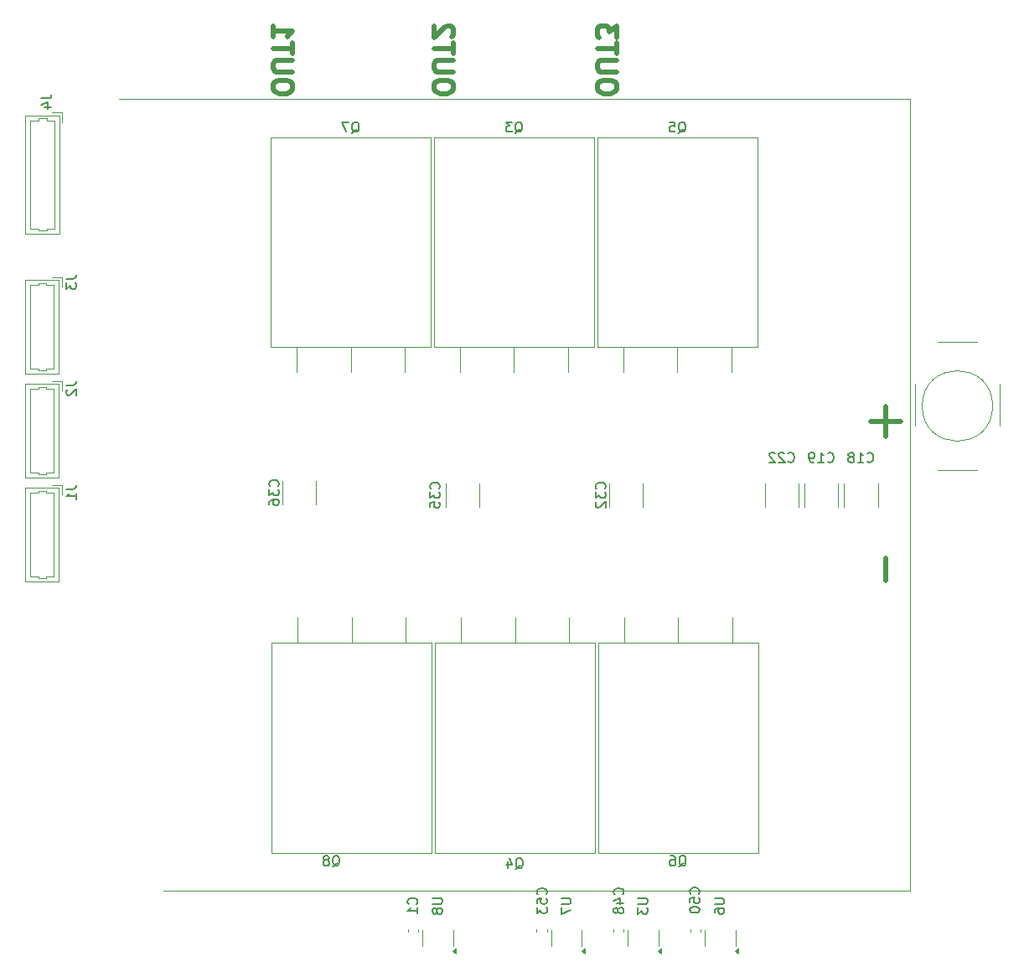
<source format=gbr>
G04 #@! TF.GenerationSoftware,KiCad,Pcbnew,8.0.6-1.fc40*
G04 #@! TF.CreationDate,2024-11-25T04:38:10-05:00*
G04 #@! TF.ProjectId,three_half_bridges,74687265-655f-4686-916c-665f62726964,rev?*
G04 #@! TF.SameCoordinates,Original*
G04 #@! TF.FileFunction,Legend,Bot*
G04 #@! TF.FilePolarity,Positive*
%FSLAX46Y46*%
G04 Gerber Fmt 4.6, Leading zero omitted, Abs format (unit mm)*
G04 Created by KiCad (PCBNEW 8.0.6-1.fc40) date 2024-11-25 04:38:10*
%MOMM*%
%LPD*%
G01*
G04 APERTURE LIST*
%ADD10C,0.120000*%
%ADD11C,0.500000*%
%ADD12C,0.150000*%
%ADD13C,0.153000*%
G04 APERTURE END LIST*
D10*
X170000000Y-120000000D02*
X170000000Y-40000000D01*
X170000000Y-40000000D02*
X90000000Y-40000000D01*
X94500000Y-120000000D02*
X170000000Y-120000000D01*
D11*
X167469000Y-88642857D02*
X167469000Y-86357143D01*
X123850761Y-38952381D02*
X123850761Y-38571428D01*
X123850761Y-38571428D02*
X123755523Y-38380952D01*
X123755523Y-38380952D02*
X123565047Y-38190476D01*
X123565047Y-38190476D02*
X123184095Y-38095238D01*
X123184095Y-38095238D02*
X122517428Y-38095238D01*
X122517428Y-38095238D02*
X122136476Y-38190476D01*
X122136476Y-38190476D02*
X121946000Y-38380952D01*
X121946000Y-38380952D02*
X121850761Y-38571428D01*
X121850761Y-38571428D02*
X121850761Y-38952381D01*
X121850761Y-38952381D02*
X121946000Y-39142857D01*
X121946000Y-39142857D02*
X122136476Y-39333333D01*
X122136476Y-39333333D02*
X122517428Y-39428571D01*
X122517428Y-39428571D02*
X123184095Y-39428571D01*
X123184095Y-39428571D02*
X123565047Y-39333333D01*
X123565047Y-39333333D02*
X123755523Y-39142857D01*
X123755523Y-39142857D02*
X123850761Y-38952381D01*
X123850761Y-37238095D02*
X122231714Y-37238095D01*
X122231714Y-37238095D02*
X122041238Y-37142857D01*
X122041238Y-37142857D02*
X121946000Y-37047619D01*
X121946000Y-37047619D02*
X121850761Y-36857143D01*
X121850761Y-36857143D02*
X121850761Y-36476190D01*
X121850761Y-36476190D02*
X121946000Y-36285714D01*
X121946000Y-36285714D02*
X122041238Y-36190476D01*
X122041238Y-36190476D02*
X122231714Y-36095238D01*
X122231714Y-36095238D02*
X123850761Y-36095238D01*
X123850761Y-35428571D02*
X123850761Y-34285714D01*
X121850761Y-34857143D02*
X123850761Y-34857143D01*
X123660285Y-33714285D02*
X123755523Y-33619047D01*
X123755523Y-33619047D02*
X123850761Y-33428571D01*
X123850761Y-33428571D02*
X123850761Y-32952380D01*
X123850761Y-32952380D02*
X123755523Y-32761904D01*
X123755523Y-32761904D02*
X123660285Y-32666666D01*
X123660285Y-32666666D02*
X123469809Y-32571428D01*
X123469809Y-32571428D02*
X123279333Y-32571428D01*
X123279333Y-32571428D02*
X122993619Y-32666666D01*
X122993619Y-32666666D02*
X121850761Y-33809523D01*
X121850761Y-33809523D02*
X121850761Y-32571428D01*
X107600761Y-38952381D02*
X107600761Y-38571428D01*
X107600761Y-38571428D02*
X107505523Y-38380952D01*
X107505523Y-38380952D02*
X107315047Y-38190476D01*
X107315047Y-38190476D02*
X106934095Y-38095238D01*
X106934095Y-38095238D02*
X106267428Y-38095238D01*
X106267428Y-38095238D02*
X105886476Y-38190476D01*
X105886476Y-38190476D02*
X105696000Y-38380952D01*
X105696000Y-38380952D02*
X105600761Y-38571428D01*
X105600761Y-38571428D02*
X105600761Y-38952381D01*
X105600761Y-38952381D02*
X105696000Y-39142857D01*
X105696000Y-39142857D02*
X105886476Y-39333333D01*
X105886476Y-39333333D02*
X106267428Y-39428571D01*
X106267428Y-39428571D02*
X106934095Y-39428571D01*
X106934095Y-39428571D02*
X107315047Y-39333333D01*
X107315047Y-39333333D02*
X107505523Y-39142857D01*
X107505523Y-39142857D02*
X107600761Y-38952381D01*
X107600761Y-37238095D02*
X105981714Y-37238095D01*
X105981714Y-37238095D02*
X105791238Y-37142857D01*
X105791238Y-37142857D02*
X105696000Y-37047619D01*
X105696000Y-37047619D02*
X105600761Y-36857143D01*
X105600761Y-36857143D02*
X105600761Y-36476190D01*
X105600761Y-36476190D02*
X105696000Y-36285714D01*
X105696000Y-36285714D02*
X105791238Y-36190476D01*
X105791238Y-36190476D02*
X105981714Y-36095238D01*
X105981714Y-36095238D02*
X107600761Y-36095238D01*
X107600761Y-35428571D02*
X107600761Y-34285714D01*
X105600761Y-34857143D02*
X107600761Y-34857143D01*
X105600761Y-32571428D02*
X105600761Y-33714285D01*
X105600761Y-33142857D02*
X107600761Y-33142857D01*
X107600761Y-33142857D02*
X107315047Y-33333333D01*
X107315047Y-33333333D02*
X107124571Y-33523809D01*
X107124571Y-33523809D02*
X107029333Y-33714285D01*
X140350761Y-38952381D02*
X140350761Y-38571428D01*
X140350761Y-38571428D02*
X140255523Y-38380952D01*
X140255523Y-38380952D02*
X140065047Y-38190476D01*
X140065047Y-38190476D02*
X139684095Y-38095238D01*
X139684095Y-38095238D02*
X139017428Y-38095238D01*
X139017428Y-38095238D02*
X138636476Y-38190476D01*
X138636476Y-38190476D02*
X138446000Y-38380952D01*
X138446000Y-38380952D02*
X138350761Y-38571428D01*
X138350761Y-38571428D02*
X138350761Y-38952381D01*
X138350761Y-38952381D02*
X138446000Y-39142857D01*
X138446000Y-39142857D02*
X138636476Y-39333333D01*
X138636476Y-39333333D02*
X139017428Y-39428571D01*
X139017428Y-39428571D02*
X139684095Y-39428571D01*
X139684095Y-39428571D02*
X140065047Y-39333333D01*
X140065047Y-39333333D02*
X140255523Y-39142857D01*
X140255523Y-39142857D02*
X140350761Y-38952381D01*
X140350761Y-37238095D02*
X138731714Y-37238095D01*
X138731714Y-37238095D02*
X138541238Y-37142857D01*
X138541238Y-37142857D02*
X138446000Y-37047619D01*
X138446000Y-37047619D02*
X138350761Y-36857143D01*
X138350761Y-36857143D02*
X138350761Y-36476190D01*
X138350761Y-36476190D02*
X138446000Y-36285714D01*
X138446000Y-36285714D02*
X138541238Y-36190476D01*
X138541238Y-36190476D02*
X138731714Y-36095238D01*
X138731714Y-36095238D02*
X140350761Y-36095238D01*
X140350761Y-35428571D02*
X140350761Y-34285714D01*
X138350761Y-34857143D02*
X140350761Y-34857143D01*
X140350761Y-33809523D02*
X140350761Y-32571428D01*
X140350761Y-32571428D02*
X139588857Y-33238095D01*
X139588857Y-33238095D02*
X139588857Y-32952380D01*
X139588857Y-32952380D02*
X139493619Y-32761904D01*
X139493619Y-32761904D02*
X139398380Y-32666666D01*
X139398380Y-32666666D02*
X139207904Y-32571428D01*
X139207904Y-32571428D02*
X138731714Y-32571428D01*
X138731714Y-32571428D02*
X138541238Y-32666666D01*
X138541238Y-32666666D02*
X138446000Y-32761904D01*
X138446000Y-32761904D02*
X138350761Y-32952380D01*
X138350761Y-32952380D02*
X138350761Y-33523809D01*
X138350761Y-33523809D02*
X138446000Y-33714285D01*
X138446000Y-33714285D02*
X138541238Y-33809523D01*
X169023809Y-72550666D02*
X165976190Y-72550666D01*
X167499999Y-74074476D02*
X167499999Y-71026857D01*
D12*
X134704819Y-120738095D02*
X135514342Y-120738095D01*
X135514342Y-120738095D02*
X135609580Y-120785714D01*
X135609580Y-120785714D02*
X135657200Y-120833333D01*
X135657200Y-120833333D02*
X135704819Y-120928571D01*
X135704819Y-120928571D02*
X135704819Y-121119047D01*
X135704819Y-121119047D02*
X135657200Y-121214285D01*
X135657200Y-121214285D02*
X135609580Y-121261904D01*
X135609580Y-121261904D02*
X135514342Y-121309523D01*
X135514342Y-121309523D02*
X134704819Y-121309523D01*
X134704819Y-121690476D02*
X134704819Y-122357142D01*
X134704819Y-122357142D02*
X135704819Y-121928571D01*
X148609580Y-120287142D02*
X148657200Y-120239523D01*
X148657200Y-120239523D02*
X148704819Y-120096666D01*
X148704819Y-120096666D02*
X148704819Y-120001428D01*
X148704819Y-120001428D02*
X148657200Y-119858571D01*
X148657200Y-119858571D02*
X148561961Y-119763333D01*
X148561961Y-119763333D02*
X148466723Y-119715714D01*
X148466723Y-119715714D02*
X148276247Y-119668095D01*
X148276247Y-119668095D02*
X148133390Y-119668095D01*
X148133390Y-119668095D02*
X147942914Y-119715714D01*
X147942914Y-119715714D02*
X147847676Y-119763333D01*
X147847676Y-119763333D02*
X147752438Y-119858571D01*
X147752438Y-119858571D02*
X147704819Y-120001428D01*
X147704819Y-120001428D02*
X147704819Y-120096666D01*
X147704819Y-120096666D02*
X147752438Y-120239523D01*
X147752438Y-120239523D02*
X147800057Y-120287142D01*
X147704819Y-121191904D02*
X147704819Y-120715714D01*
X147704819Y-120715714D02*
X148181009Y-120668095D01*
X148181009Y-120668095D02*
X148133390Y-120715714D01*
X148133390Y-120715714D02*
X148085771Y-120810952D01*
X148085771Y-120810952D02*
X148085771Y-121049047D01*
X148085771Y-121049047D02*
X148133390Y-121144285D01*
X148133390Y-121144285D02*
X148181009Y-121191904D01*
X148181009Y-121191904D02*
X148276247Y-121239523D01*
X148276247Y-121239523D02*
X148514342Y-121239523D01*
X148514342Y-121239523D02*
X148609580Y-121191904D01*
X148609580Y-121191904D02*
X148657200Y-121144285D01*
X148657200Y-121144285D02*
X148704819Y-121049047D01*
X148704819Y-121049047D02*
X148704819Y-120810952D01*
X148704819Y-120810952D02*
X148657200Y-120715714D01*
X148657200Y-120715714D02*
X148609580Y-120668095D01*
X147704819Y-121858571D02*
X147704819Y-121953809D01*
X147704819Y-121953809D02*
X147752438Y-122049047D01*
X147752438Y-122049047D02*
X147800057Y-122096666D01*
X147800057Y-122096666D02*
X147895295Y-122144285D01*
X147895295Y-122144285D02*
X148085771Y-122191904D01*
X148085771Y-122191904D02*
X148323866Y-122191904D01*
X148323866Y-122191904D02*
X148514342Y-122144285D01*
X148514342Y-122144285D02*
X148609580Y-122096666D01*
X148609580Y-122096666D02*
X148657200Y-122049047D01*
X148657200Y-122049047D02*
X148704819Y-121953809D01*
X148704819Y-121953809D02*
X148704819Y-121858571D01*
X148704819Y-121858571D02*
X148657200Y-121763333D01*
X148657200Y-121763333D02*
X148609580Y-121715714D01*
X148609580Y-121715714D02*
X148514342Y-121668095D01*
X148514342Y-121668095D02*
X148323866Y-121620476D01*
X148323866Y-121620476D02*
X148085771Y-121620476D01*
X148085771Y-121620476D02*
X147895295Y-121668095D01*
X147895295Y-121668095D02*
X147800057Y-121715714D01*
X147800057Y-121715714D02*
X147752438Y-121763333D01*
X147752438Y-121763333D02*
X147704819Y-121858571D01*
X130095238Y-117800057D02*
X130190476Y-117752438D01*
X130190476Y-117752438D02*
X130285714Y-117657200D01*
X130285714Y-117657200D02*
X130428571Y-117514342D01*
X130428571Y-117514342D02*
X130523809Y-117466723D01*
X130523809Y-117466723D02*
X130619047Y-117466723D01*
X130571428Y-117704819D02*
X130666666Y-117657200D01*
X130666666Y-117657200D02*
X130761904Y-117561961D01*
X130761904Y-117561961D02*
X130809523Y-117371485D01*
X130809523Y-117371485D02*
X130809523Y-117038152D01*
X130809523Y-117038152D02*
X130761904Y-116847676D01*
X130761904Y-116847676D02*
X130666666Y-116752438D01*
X130666666Y-116752438D02*
X130571428Y-116704819D01*
X130571428Y-116704819D02*
X130380952Y-116704819D01*
X130380952Y-116704819D02*
X130285714Y-116752438D01*
X130285714Y-116752438D02*
X130190476Y-116847676D01*
X130190476Y-116847676D02*
X130142857Y-117038152D01*
X130142857Y-117038152D02*
X130142857Y-117371485D01*
X130142857Y-117371485D02*
X130190476Y-117561961D01*
X130190476Y-117561961D02*
X130285714Y-117657200D01*
X130285714Y-117657200D02*
X130380952Y-117704819D01*
X130380952Y-117704819D02*
X130571428Y-117704819D01*
X129285714Y-117038152D02*
X129285714Y-117704819D01*
X129523809Y-116657200D02*
X129761904Y-117371485D01*
X129761904Y-117371485D02*
X129142857Y-117371485D01*
X120109580Y-121333333D02*
X120157200Y-121285714D01*
X120157200Y-121285714D02*
X120204819Y-121142857D01*
X120204819Y-121142857D02*
X120204819Y-121047619D01*
X120204819Y-121047619D02*
X120157200Y-120904762D01*
X120157200Y-120904762D02*
X120061961Y-120809524D01*
X120061961Y-120809524D02*
X119966723Y-120761905D01*
X119966723Y-120761905D02*
X119776247Y-120714286D01*
X119776247Y-120714286D02*
X119633390Y-120714286D01*
X119633390Y-120714286D02*
X119442914Y-120761905D01*
X119442914Y-120761905D02*
X119347676Y-120809524D01*
X119347676Y-120809524D02*
X119252438Y-120904762D01*
X119252438Y-120904762D02*
X119204819Y-121047619D01*
X119204819Y-121047619D02*
X119204819Y-121142857D01*
X119204819Y-121142857D02*
X119252438Y-121285714D01*
X119252438Y-121285714D02*
X119300057Y-121333333D01*
X120204819Y-122285714D02*
X120204819Y-121714286D01*
X120204819Y-122000000D02*
X119204819Y-122000000D01*
X119204819Y-122000000D02*
X119347676Y-121904762D01*
X119347676Y-121904762D02*
X119442914Y-121809524D01*
X119442914Y-121809524D02*
X119490533Y-121714286D01*
X130045238Y-43400057D02*
X130140476Y-43352438D01*
X130140476Y-43352438D02*
X130235714Y-43257200D01*
X130235714Y-43257200D02*
X130378571Y-43114342D01*
X130378571Y-43114342D02*
X130473809Y-43066723D01*
X130473809Y-43066723D02*
X130569047Y-43066723D01*
X130521428Y-43304819D02*
X130616666Y-43257200D01*
X130616666Y-43257200D02*
X130711904Y-43161961D01*
X130711904Y-43161961D02*
X130759523Y-42971485D01*
X130759523Y-42971485D02*
X130759523Y-42638152D01*
X130759523Y-42638152D02*
X130711904Y-42447676D01*
X130711904Y-42447676D02*
X130616666Y-42352438D01*
X130616666Y-42352438D02*
X130521428Y-42304819D01*
X130521428Y-42304819D02*
X130330952Y-42304819D01*
X130330952Y-42304819D02*
X130235714Y-42352438D01*
X130235714Y-42352438D02*
X130140476Y-42447676D01*
X130140476Y-42447676D02*
X130092857Y-42638152D01*
X130092857Y-42638152D02*
X130092857Y-42971485D01*
X130092857Y-42971485D02*
X130140476Y-43161961D01*
X130140476Y-43161961D02*
X130235714Y-43257200D01*
X130235714Y-43257200D02*
X130330952Y-43304819D01*
X130330952Y-43304819D02*
X130521428Y-43304819D01*
X129759523Y-42304819D02*
X129140476Y-42304819D01*
X129140476Y-42304819D02*
X129473809Y-42685771D01*
X129473809Y-42685771D02*
X129330952Y-42685771D01*
X129330952Y-42685771D02*
X129235714Y-42733390D01*
X129235714Y-42733390D02*
X129188095Y-42781009D01*
X129188095Y-42781009D02*
X129140476Y-42876247D01*
X129140476Y-42876247D02*
X129140476Y-43114342D01*
X129140476Y-43114342D02*
X129188095Y-43209580D01*
X129188095Y-43209580D02*
X129235714Y-43257200D01*
X129235714Y-43257200D02*
X129330952Y-43304819D01*
X129330952Y-43304819D02*
X129616666Y-43304819D01*
X129616666Y-43304819D02*
X129711904Y-43257200D01*
X129711904Y-43257200D02*
X129759523Y-43209580D01*
X121704819Y-120738095D02*
X122514342Y-120738095D01*
X122514342Y-120738095D02*
X122609580Y-120785714D01*
X122609580Y-120785714D02*
X122657200Y-120833333D01*
X122657200Y-120833333D02*
X122704819Y-120928571D01*
X122704819Y-120928571D02*
X122704819Y-121119047D01*
X122704819Y-121119047D02*
X122657200Y-121214285D01*
X122657200Y-121214285D02*
X122609580Y-121261904D01*
X122609580Y-121261904D02*
X122514342Y-121309523D01*
X122514342Y-121309523D02*
X121704819Y-121309523D01*
X122133390Y-121928571D02*
X122085771Y-121833333D01*
X122085771Y-121833333D02*
X122038152Y-121785714D01*
X122038152Y-121785714D02*
X121942914Y-121738095D01*
X121942914Y-121738095D02*
X121895295Y-121738095D01*
X121895295Y-121738095D02*
X121800057Y-121785714D01*
X121800057Y-121785714D02*
X121752438Y-121833333D01*
X121752438Y-121833333D02*
X121704819Y-121928571D01*
X121704819Y-121928571D02*
X121704819Y-122119047D01*
X121704819Y-122119047D02*
X121752438Y-122214285D01*
X121752438Y-122214285D02*
X121800057Y-122261904D01*
X121800057Y-122261904D02*
X121895295Y-122309523D01*
X121895295Y-122309523D02*
X121942914Y-122309523D01*
X121942914Y-122309523D02*
X122038152Y-122261904D01*
X122038152Y-122261904D02*
X122085771Y-122214285D01*
X122085771Y-122214285D02*
X122133390Y-122119047D01*
X122133390Y-122119047D02*
X122133390Y-121928571D01*
X122133390Y-121928571D02*
X122181009Y-121833333D01*
X122181009Y-121833333D02*
X122228628Y-121785714D01*
X122228628Y-121785714D02*
X122323866Y-121738095D01*
X122323866Y-121738095D02*
X122514342Y-121738095D01*
X122514342Y-121738095D02*
X122609580Y-121785714D01*
X122609580Y-121785714D02*
X122657200Y-121833333D01*
X122657200Y-121833333D02*
X122704819Y-121928571D01*
X122704819Y-121928571D02*
X122704819Y-122119047D01*
X122704819Y-122119047D02*
X122657200Y-122214285D01*
X122657200Y-122214285D02*
X122609580Y-122261904D01*
X122609580Y-122261904D02*
X122514342Y-122309523D01*
X122514342Y-122309523D02*
X122323866Y-122309523D01*
X122323866Y-122309523D02*
X122228628Y-122261904D01*
X122228628Y-122261904D02*
X122181009Y-122214285D01*
X122181009Y-122214285D02*
X122133390Y-122119047D01*
X157642857Y-76609580D02*
X157690476Y-76657200D01*
X157690476Y-76657200D02*
X157833333Y-76704819D01*
X157833333Y-76704819D02*
X157928571Y-76704819D01*
X157928571Y-76704819D02*
X158071428Y-76657200D01*
X158071428Y-76657200D02*
X158166666Y-76561961D01*
X158166666Y-76561961D02*
X158214285Y-76466723D01*
X158214285Y-76466723D02*
X158261904Y-76276247D01*
X158261904Y-76276247D02*
X158261904Y-76133390D01*
X158261904Y-76133390D02*
X158214285Y-75942914D01*
X158214285Y-75942914D02*
X158166666Y-75847676D01*
X158166666Y-75847676D02*
X158071428Y-75752438D01*
X158071428Y-75752438D02*
X157928571Y-75704819D01*
X157928571Y-75704819D02*
X157833333Y-75704819D01*
X157833333Y-75704819D02*
X157690476Y-75752438D01*
X157690476Y-75752438D02*
X157642857Y-75800057D01*
X157261904Y-75800057D02*
X157214285Y-75752438D01*
X157214285Y-75752438D02*
X157119047Y-75704819D01*
X157119047Y-75704819D02*
X156880952Y-75704819D01*
X156880952Y-75704819D02*
X156785714Y-75752438D01*
X156785714Y-75752438D02*
X156738095Y-75800057D01*
X156738095Y-75800057D02*
X156690476Y-75895295D01*
X156690476Y-75895295D02*
X156690476Y-75990533D01*
X156690476Y-75990533D02*
X156738095Y-76133390D01*
X156738095Y-76133390D02*
X157309523Y-76704819D01*
X157309523Y-76704819D02*
X156690476Y-76704819D01*
X156309523Y-75800057D02*
X156261904Y-75752438D01*
X156261904Y-75752438D02*
X156166666Y-75704819D01*
X156166666Y-75704819D02*
X155928571Y-75704819D01*
X155928571Y-75704819D02*
X155833333Y-75752438D01*
X155833333Y-75752438D02*
X155785714Y-75800057D01*
X155785714Y-75800057D02*
X155738095Y-75895295D01*
X155738095Y-75895295D02*
X155738095Y-75990533D01*
X155738095Y-75990533D02*
X155785714Y-76133390D01*
X155785714Y-76133390D02*
X156357142Y-76704819D01*
X156357142Y-76704819D02*
X155738095Y-76704819D01*
X133179580Y-120357142D02*
X133227200Y-120309523D01*
X133227200Y-120309523D02*
X133274819Y-120166666D01*
X133274819Y-120166666D02*
X133274819Y-120071428D01*
X133274819Y-120071428D02*
X133227200Y-119928571D01*
X133227200Y-119928571D02*
X133131961Y-119833333D01*
X133131961Y-119833333D02*
X133036723Y-119785714D01*
X133036723Y-119785714D02*
X132846247Y-119738095D01*
X132846247Y-119738095D02*
X132703390Y-119738095D01*
X132703390Y-119738095D02*
X132512914Y-119785714D01*
X132512914Y-119785714D02*
X132417676Y-119833333D01*
X132417676Y-119833333D02*
X132322438Y-119928571D01*
X132322438Y-119928571D02*
X132274819Y-120071428D01*
X132274819Y-120071428D02*
X132274819Y-120166666D01*
X132274819Y-120166666D02*
X132322438Y-120309523D01*
X132322438Y-120309523D02*
X132370057Y-120357142D01*
X132274819Y-121261904D02*
X132274819Y-120785714D01*
X132274819Y-120785714D02*
X132751009Y-120738095D01*
X132751009Y-120738095D02*
X132703390Y-120785714D01*
X132703390Y-120785714D02*
X132655771Y-120880952D01*
X132655771Y-120880952D02*
X132655771Y-121119047D01*
X132655771Y-121119047D02*
X132703390Y-121214285D01*
X132703390Y-121214285D02*
X132751009Y-121261904D01*
X132751009Y-121261904D02*
X132846247Y-121309523D01*
X132846247Y-121309523D02*
X133084342Y-121309523D01*
X133084342Y-121309523D02*
X133179580Y-121261904D01*
X133179580Y-121261904D02*
X133227200Y-121214285D01*
X133227200Y-121214285D02*
X133274819Y-121119047D01*
X133274819Y-121119047D02*
X133274819Y-120880952D01*
X133274819Y-120880952D02*
X133227200Y-120785714D01*
X133227200Y-120785714D02*
X133179580Y-120738095D01*
X132274819Y-121642857D02*
X132274819Y-122261904D01*
X132274819Y-122261904D02*
X132655771Y-121928571D01*
X132655771Y-121928571D02*
X132655771Y-122071428D01*
X132655771Y-122071428D02*
X132703390Y-122166666D01*
X132703390Y-122166666D02*
X132751009Y-122214285D01*
X132751009Y-122214285D02*
X132846247Y-122261904D01*
X132846247Y-122261904D02*
X133084342Y-122261904D01*
X133084342Y-122261904D02*
X133179580Y-122214285D01*
X133179580Y-122214285D02*
X133227200Y-122166666D01*
X133227200Y-122166666D02*
X133274819Y-122071428D01*
X133274819Y-122071428D02*
X133274819Y-121785714D01*
X133274819Y-121785714D02*
X133227200Y-121690476D01*
X133227200Y-121690476D02*
X133179580Y-121642857D01*
X113545238Y-43400057D02*
X113640476Y-43352438D01*
X113640476Y-43352438D02*
X113735714Y-43257200D01*
X113735714Y-43257200D02*
X113878571Y-43114342D01*
X113878571Y-43114342D02*
X113973809Y-43066723D01*
X113973809Y-43066723D02*
X114069047Y-43066723D01*
X114021428Y-43304819D02*
X114116666Y-43257200D01*
X114116666Y-43257200D02*
X114211904Y-43161961D01*
X114211904Y-43161961D02*
X114259523Y-42971485D01*
X114259523Y-42971485D02*
X114259523Y-42638152D01*
X114259523Y-42638152D02*
X114211904Y-42447676D01*
X114211904Y-42447676D02*
X114116666Y-42352438D01*
X114116666Y-42352438D02*
X114021428Y-42304819D01*
X114021428Y-42304819D02*
X113830952Y-42304819D01*
X113830952Y-42304819D02*
X113735714Y-42352438D01*
X113735714Y-42352438D02*
X113640476Y-42447676D01*
X113640476Y-42447676D02*
X113592857Y-42638152D01*
X113592857Y-42638152D02*
X113592857Y-42971485D01*
X113592857Y-42971485D02*
X113640476Y-43161961D01*
X113640476Y-43161961D02*
X113735714Y-43257200D01*
X113735714Y-43257200D02*
X113830952Y-43304819D01*
X113830952Y-43304819D02*
X114021428Y-43304819D01*
X113259523Y-42304819D02*
X112592857Y-42304819D01*
X112592857Y-42304819D02*
X113021428Y-43304819D01*
X106109580Y-79107142D02*
X106157200Y-79059523D01*
X106157200Y-79059523D02*
X106204819Y-78916666D01*
X106204819Y-78916666D02*
X106204819Y-78821428D01*
X106204819Y-78821428D02*
X106157200Y-78678571D01*
X106157200Y-78678571D02*
X106061961Y-78583333D01*
X106061961Y-78583333D02*
X105966723Y-78535714D01*
X105966723Y-78535714D02*
X105776247Y-78488095D01*
X105776247Y-78488095D02*
X105633390Y-78488095D01*
X105633390Y-78488095D02*
X105442914Y-78535714D01*
X105442914Y-78535714D02*
X105347676Y-78583333D01*
X105347676Y-78583333D02*
X105252438Y-78678571D01*
X105252438Y-78678571D02*
X105204819Y-78821428D01*
X105204819Y-78821428D02*
X105204819Y-78916666D01*
X105204819Y-78916666D02*
X105252438Y-79059523D01*
X105252438Y-79059523D02*
X105300057Y-79107142D01*
X105204819Y-79440476D02*
X105204819Y-80059523D01*
X105204819Y-80059523D02*
X105585771Y-79726190D01*
X105585771Y-79726190D02*
X105585771Y-79869047D01*
X105585771Y-79869047D02*
X105633390Y-79964285D01*
X105633390Y-79964285D02*
X105681009Y-80011904D01*
X105681009Y-80011904D02*
X105776247Y-80059523D01*
X105776247Y-80059523D02*
X106014342Y-80059523D01*
X106014342Y-80059523D02*
X106109580Y-80011904D01*
X106109580Y-80011904D02*
X106157200Y-79964285D01*
X106157200Y-79964285D02*
X106204819Y-79869047D01*
X106204819Y-79869047D02*
X106204819Y-79583333D01*
X106204819Y-79583333D02*
X106157200Y-79488095D01*
X106157200Y-79488095D02*
X106109580Y-79440476D01*
X105204819Y-80916666D02*
X105204819Y-80726190D01*
X105204819Y-80726190D02*
X105252438Y-80630952D01*
X105252438Y-80630952D02*
X105300057Y-80583333D01*
X105300057Y-80583333D02*
X105442914Y-80488095D01*
X105442914Y-80488095D02*
X105633390Y-80440476D01*
X105633390Y-80440476D02*
X106014342Y-80440476D01*
X106014342Y-80440476D02*
X106109580Y-80488095D01*
X106109580Y-80488095D02*
X106157200Y-80535714D01*
X106157200Y-80535714D02*
X106204819Y-80630952D01*
X106204819Y-80630952D02*
X106204819Y-80821428D01*
X106204819Y-80821428D02*
X106157200Y-80916666D01*
X106157200Y-80916666D02*
X106109580Y-80964285D01*
X106109580Y-80964285D02*
X106014342Y-81011904D01*
X106014342Y-81011904D02*
X105776247Y-81011904D01*
X105776247Y-81011904D02*
X105681009Y-80964285D01*
X105681009Y-80964285D02*
X105633390Y-80916666D01*
X105633390Y-80916666D02*
X105585771Y-80821428D01*
X105585771Y-80821428D02*
X105585771Y-80630952D01*
X105585771Y-80630952D02*
X105633390Y-80535714D01*
X105633390Y-80535714D02*
X105681009Y-80488095D01*
X105681009Y-80488095D02*
X105776247Y-80440476D01*
X139109580Y-79357142D02*
X139157200Y-79309523D01*
X139157200Y-79309523D02*
X139204819Y-79166666D01*
X139204819Y-79166666D02*
X139204819Y-79071428D01*
X139204819Y-79071428D02*
X139157200Y-78928571D01*
X139157200Y-78928571D02*
X139061961Y-78833333D01*
X139061961Y-78833333D02*
X138966723Y-78785714D01*
X138966723Y-78785714D02*
X138776247Y-78738095D01*
X138776247Y-78738095D02*
X138633390Y-78738095D01*
X138633390Y-78738095D02*
X138442914Y-78785714D01*
X138442914Y-78785714D02*
X138347676Y-78833333D01*
X138347676Y-78833333D02*
X138252438Y-78928571D01*
X138252438Y-78928571D02*
X138204819Y-79071428D01*
X138204819Y-79071428D02*
X138204819Y-79166666D01*
X138204819Y-79166666D02*
X138252438Y-79309523D01*
X138252438Y-79309523D02*
X138300057Y-79357142D01*
X138204819Y-79690476D02*
X138204819Y-80309523D01*
X138204819Y-80309523D02*
X138585771Y-79976190D01*
X138585771Y-79976190D02*
X138585771Y-80119047D01*
X138585771Y-80119047D02*
X138633390Y-80214285D01*
X138633390Y-80214285D02*
X138681009Y-80261904D01*
X138681009Y-80261904D02*
X138776247Y-80309523D01*
X138776247Y-80309523D02*
X139014342Y-80309523D01*
X139014342Y-80309523D02*
X139109580Y-80261904D01*
X139109580Y-80261904D02*
X139157200Y-80214285D01*
X139157200Y-80214285D02*
X139204819Y-80119047D01*
X139204819Y-80119047D02*
X139204819Y-79833333D01*
X139204819Y-79833333D02*
X139157200Y-79738095D01*
X139157200Y-79738095D02*
X139109580Y-79690476D01*
X138300057Y-80690476D02*
X138252438Y-80738095D01*
X138252438Y-80738095D02*
X138204819Y-80833333D01*
X138204819Y-80833333D02*
X138204819Y-81071428D01*
X138204819Y-81071428D02*
X138252438Y-81166666D01*
X138252438Y-81166666D02*
X138300057Y-81214285D01*
X138300057Y-81214285D02*
X138395295Y-81261904D01*
X138395295Y-81261904D02*
X138490533Y-81261904D01*
X138490533Y-81261904D02*
X138633390Y-81214285D01*
X138633390Y-81214285D02*
X139204819Y-80642857D01*
X139204819Y-80642857D02*
X139204819Y-81261904D01*
X84704819Y-68916666D02*
X85419104Y-68916666D01*
X85419104Y-68916666D02*
X85561961Y-68869047D01*
X85561961Y-68869047D02*
X85657200Y-68773809D01*
X85657200Y-68773809D02*
X85704819Y-68630952D01*
X85704819Y-68630952D02*
X85704819Y-68535714D01*
X84800057Y-69345238D02*
X84752438Y-69392857D01*
X84752438Y-69392857D02*
X84704819Y-69488095D01*
X84704819Y-69488095D02*
X84704819Y-69726190D01*
X84704819Y-69726190D02*
X84752438Y-69821428D01*
X84752438Y-69821428D02*
X84800057Y-69869047D01*
X84800057Y-69869047D02*
X84895295Y-69916666D01*
X84895295Y-69916666D02*
X84990533Y-69916666D01*
X84990533Y-69916666D02*
X85133390Y-69869047D01*
X85133390Y-69869047D02*
X85704819Y-69297619D01*
X85704819Y-69297619D02*
X85704819Y-69916666D01*
X84704819Y-79416666D02*
X85419104Y-79416666D01*
X85419104Y-79416666D02*
X85561961Y-79369047D01*
X85561961Y-79369047D02*
X85657200Y-79273809D01*
X85657200Y-79273809D02*
X85704819Y-79130952D01*
X85704819Y-79130952D02*
X85704819Y-79035714D01*
X85704819Y-80416666D02*
X85704819Y-79845238D01*
X85704819Y-80130952D02*
X84704819Y-80130952D01*
X84704819Y-80130952D02*
X84847676Y-80035714D01*
X84847676Y-80035714D02*
X84942914Y-79940476D01*
X84942914Y-79940476D02*
X84990533Y-79845238D01*
X84704819Y-58166666D02*
X85419104Y-58166666D01*
X85419104Y-58166666D02*
X85561961Y-58119047D01*
X85561961Y-58119047D02*
X85657200Y-58023809D01*
X85657200Y-58023809D02*
X85704819Y-57880952D01*
X85704819Y-57880952D02*
X85704819Y-57785714D01*
X84704819Y-58547619D02*
X84704819Y-59166666D01*
X84704819Y-59166666D02*
X85085771Y-58833333D01*
X85085771Y-58833333D02*
X85085771Y-58976190D01*
X85085771Y-58976190D02*
X85133390Y-59071428D01*
X85133390Y-59071428D02*
X85181009Y-59119047D01*
X85181009Y-59119047D02*
X85276247Y-59166666D01*
X85276247Y-59166666D02*
X85514342Y-59166666D01*
X85514342Y-59166666D02*
X85609580Y-59119047D01*
X85609580Y-59119047D02*
X85657200Y-59071428D01*
X85657200Y-59071428D02*
X85704819Y-58976190D01*
X85704819Y-58976190D02*
X85704819Y-58690476D01*
X85704819Y-58690476D02*
X85657200Y-58595238D01*
X85657200Y-58595238D02*
X85609580Y-58547619D01*
X165642857Y-76609580D02*
X165690476Y-76657200D01*
X165690476Y-76657200D02*
X165833333Y-76704819D01*
X165833333Y-76704819D02*
X165928571Y-76704819D01*
X165928571Y-76704819D02*
X166071428Y-76657200D01*
X166071428Y-76657200D02*
X166166666Y-76561961D01*
X166166666Y-76561961D02*
X166214285Y-76466723D01*
X166214285Y-76466723D02*
X166261904Y-76276247D01*
X166261904Y-76276247D02*
X166261904Y-76133390D01*
X166261904Y-76133390D02*
X166214285Y-75942914D01*
X166214285Y-75942914D02*
X166166666Y-75847676D01*
X166166666Y-75847676D02*
X166071428Y-75752438D01*
X166071428Y-75752438D02*
X165928571Y-75704819D01*
X165928571Y-75704819D02*
X165833333Y-75704819D01*
X165833333Y-75704819D02*
X165690476Y-75752438D01*
X165690476Y-75752438D02*
X165642857Y-75800057D01*
X164690476Y-76704819D02*
X165261904Y-76704819D01*
X164976190Y-76704819D02*
X164976190Y-75704819D01*
X164976190Y-75704819D02*
X165071428Y-75847676D01*
X165071428Y-75847676D02*
X165166666Y-75942914D01*
X165166666Y-75942914D02*
X165261904Y-75990533D01*
X164119047Y-76133390D02*
X164214285Y-76085771D01*
X164214285Y-76085771D02*
X164261904Y-76038152D01*
X164261904Y-76038152D02*
X164309523Y-75942914D01*
X164309523Y-75942914D02*
X164309523Y-75895295D01*
X164309523Y-75895295D02*
X164261904Y-75800057D01*
X164261904Y-75800057D02*
X164214285Y-75752438D01*
X164214285Y-75752438D02*
X164119047Y-75704819D01*
X164119047Y-75704819D02*
X163928571Y-75704819D01*
X163928571Y-75704819D02*
X163833333Y-75752438D01*
X163833333Y-75752438D02*
X163785714Y-75800057D01*
X163785714Y-75800057D02*
X163738095Y-75895295D01*
X163738095Y-75895295D02*
X163738095Y-75942914D01*
X163738095Y-75942914D02*
X163785714Y-76038152D01*
X163785714Y-76038152D02*
X163833333Y-76085771D01*
X163833333Y-76085771D02*
X163928571Y-76133390D01*
X163928571Y-76133390D02*
X164119047Y-76133390D01*
X164119047Y-76133390D02*
X164214285Y-76181009D01*
X164214285Y-76181009D02*
X164261904Y-76228628D01*
X164261904Y-76228628D02*
X164309523Y-76323866D01*
X164309523Y-76323866D02*
X164309523Y-76514342D01*
X164309523Y-76514342D02*
X164261904Y-76609580D01*
X164261904Y-76609580D02*
X164214285Y-76657200D01*
X164214285Y-76657200D02*
X164119047Y-76704819D01*
X164119047Y-76704819D02*
X163928571Y-76704819D01*
X163928571Y-76704819D02*
X163833333Y-76657200D01*
X163833333Y-76657200D02*
X163785714Y-76609580D01*
X163785714Y-76609580D02*
X163738095Y-76514342D01*
X163738095Y-76514342D02*
X163738095Y-76323866D01*
X163738095Y-76323866D02*
X163785714Y-76228628D01*
X163785714Y-76228628D02*
X163833333Y-76181009D01*
X163833333Y-76181009D02*
X163928571Y-76133390D01*
D13*
X82204663Y-39916666D02*
X82918948Y-39916666D01*
X82918948Y-39916666D02*
X83061805Y-39869047D01*
X83061805Y-39869047D02*
X83157044Y-39773809D01*
X83157044Y-39773809D02*
X83204663Y-39630952D01*
X83204663Y-39630952D02*
X83204663Y-39535714D01*
X82537996Y-40821428D02*
X83204663Y-40821428D01*
X82157044Y-40583333D02*
X82871329Y-40345238D01*
X82871329Y-40345238D02*
X82871329Y-40964285D01*
D12*
X146595238Y-117550057D02*
X146690476Y-117502438D01*
X146690476Y-117502438D02*
X146785714Y-117407200D01*
X146785714Y-117407200D02*
X146928571Y-117264342D01*
X146928571Y-117264342D02*
X147023809Y-117216723D01*
X147023809Y-117216723D02*
X147119047Y-117216723D01*
X147071428Y-117454819D02*
X147166666Y-117407200D01*
X147166666Y-117407200D02*
X147261904Y-117311961D01*
X147261904Y-117311961D02*
X147309523Y-117121485D01*
X147309523Y-117121485D02*
X147309523Y-116788152D01*
X147309523Y-116788152D02*
X147261904Y-116597676D01*
X147261904Y-116597676D02*
X147166666Y-116502438D01*
X147166666Y-116502438D02*
X147071428Y-116454819D01*
X147071428Y-116454819D02*
X146880952Y-116454819D01*
X146880952Y-116454819D02*
X146785714Y-116502438D01*
X146785714Y-116502438D02*
X146690476Y-116597676D01*
X146690476Y-116597676D02*
X146642857Y-116788152D01*
X146642857Y-116788152D02*
X146642857Y-117121485D01*
X146642857Y-117121485D02*
X146690476Y-117311961D01*
X146690476Y-117311961D02*
X146785714Y-117407200D01*
X146785714Y-117407200D02*
X146880952Y-117454819D01*
X146880952Y-117454819D02*
X147071428Y-117454819D01*
X145785714Y-116454819D02*
X145976190Y-116454819D01*
X145976190Y-116454819D02*
X146071428Y-116502438D01*
X146071428Y-116502438D02*
X146119047Y-116550057D01*
X146119047Y-116550057D02*
X146214285Y-116692914D01*
X146214285Y-116692914D02*
X146261904Y-116883390D01*
X146261904Y-116883390D02*
X146261904Y-117264342D01*
X146261904Y-117264342D02*
X146214285Y-117359580D01*
X146214285Y-117359580D02*
X146166666Y-117407200D01*
X146166666Y-117407200D02*
X146071428Y-117454819D01*
X146071428Y-117454819D02*
X145880952Y-117454819D01*
X145880952Y-117454819D02*
X145785714Y-117407200D01*
X145785714Y-117407200D02*
X145738095Y-117359580D01*
X145738095Y-117359580D02*
X145690476Y-117264342D01*
X145690476Y-117264342D02*
X145690476Y-117026247D01*
X145690476Y-117026247D02*
X145738095Y-116931009D01*
X145738095Y-116931009D02*
X145785714Y-116883390D01*
X145785714Y-116883390D02*
X145880952Y-116835771D01*
X145880952Y-116835771D02*
X146071428Y-116835771D01*
X146071428Y-116835771D02*
X146166666Y-116883390D01*
X146166666Y-116883390D02*
X146214285Y-116931009D01*
X146214285Y-116931009D02*
X146261904Y-117026247D01*
X140929580Y-120357142D02*
X140977200Y-120309523D01*
X140977200Y-120309523D02*
X141024819Y-120166666D01*
X141024819Y-120166666D02*
X141024819Y-120071428D01*
X141024819Y-120071428D02*
X140977200Y-119928571D01*
X140977200Y-119928571D02*
X140881961Y-119833333D01*
X140881961Y-119833333D02*
X140786723Y-119785714D01*
X140786723Y-119785714D02*
X140596247Y-119738095D01*
X140596247Y-119738095D02*
X140453390Y-119738095D01*
X140453390Y-119738095D02*
X140262914Y-119785714D01*
X140262914Y-119785714D02*
X140167676Y-119833333D01*
X140167676Y-119833333D02*
X140072438Y-119928571D01*
X140072438Y-119928571D02*
X140024819Y-120071428D01*
X140024819Y-120071428D02*
X140024819Y-120166666D01*
X140024819Y-120166666D02*
X140072438Y-120309523D01*
X140072438Y-120309523D02*
X140120057Y-120357142D01*
X140358152Y-121214285D02*
X141024819Y-121214285D01*
X139977200Y-120976190D02*
X140691485Y-120738095D01*
X140691485Y-120738095D02*
X140691485Y-121357142D01*
X140453390Y-121880952D02*
X140405771Y-121785714D01*
X140405771Y-121785714D02*
X140358152Y-121738095D01*
X140358152Y-121738095D02*
X140262914Y-121690476D01*
X140262914Y-121690476D02*
X140215295Y-121690476D01*
X140215295Y-121690476D02*
X140120057Y-121738095D01*
X140120057Y-121738095D02*
X140072438Y-121785714D01*
X140072438Y-121785714D02*
X140024819Y-121880952D01*
X140024819Y-121880952D02*
X140024819Y-122071428D01*
X140024819Y-122071428D02*
X140072438Y-122166666D01*
X140072438Y-122166666D02*
X140120057Y-122214285D01*
X140120057Y-122214285D02*
X140215295Y-122261904D01*
X140215295Y-122261904D02*
X140262914Y-122261904D01*
X140262914Y-122261904D02*
X140358152Y-122214285D01*
X140358152Y-122214285D02*
X140405771Y-122166666D01*
X140405771Y-122166666D02*
X140453390Y-122071428D01*
X140453390Y-122071428D02*
X140453390Y-121880952D01*
X140453390Y-121880952D02*
X140501009Y-121785714D01*
X140501009Y-121785714D02*
X140548628Y-121738095D01*
X140548628Y-121738095D02*
X140643866Y-121690476D01*
X140643866Y-121690476D02*
X140834342Y-121690476D01*
X140834342Y-121690476D02*
X140929580Y-121738095D01*
X140929580Y-121738095D02*
X140977200Y-121785714D01*
X140977200Y-121785714D02*
X141024819Y-121880952D01*
X141024819Y-121880952D02*
X141024819Y-122071428D01*
X141024819Y-122071428D02*
X140977200Y-122166666D01*
X140977200Y-122166666D02*
X140929580Y-122214285D01*
X140929580Y-122214285D02*
X140834342Y-122261904D01*
X140834342Y-122261904D02*
X140643866Y-122261904D01*
X140643866Y-122261904D02*
X140548628Y-122214285D01*
X140548628Y-122214285D02*
X140501009Y-122166666D01*
X140501009Y-122166666D02*
X140453390Y-122071428D01*
X146545238Y-43400057D02*
X146640476Y-43352438D01*
X146640476Y-43352438D02*
X146735714Y-43257200D01*
X146735714Y-43257200D02*
X146878571Y-43114342D01*
X146878571Y-43114342D02*
X146973809Y-43066723D01*
X146973809Y-43066723D02*
X147069047Y-43066723D01*
X147021428Y-43304819D02*
X147116666Y-43257200D01*
X147116666Y-43257200D02*
X147211904Y-43161961D01*
X147211904Y-43161961D02*
X147259523Y-42971485D01*
X147259523Y-42971485D02*
X147259523Y-42638152D01*
X147259523Y-42638152D02*
X147211904Y-42447676D01*
X147211904Y-42447676D02*
X147116666Y-42352438D01*
X147116666Y-42352438D02*
X147021428Y-42304819D01*
X147021428Y-42304819D02*
X146830952Y-42304819D01*
X146830952Y-42304819D02*
X146735714Y-42352438D01*
X146735714Y-42352438D02*
X146640476Y-42447676D01*
X146640476Y-42447676D02*
X146592857Y-42638152D01*
X146592857Y-42638152D02*
X146592857Y-42971485D01*
X146592857Y-42971485D02*
X146640476Y-43161961D01*
X146640476Y-43161961D02*
X146735714Y-43257200D01*
X146735714Y-43257200D02*
X146830952Y-43304819D01*
X146830952Y-43304819D02*
X147021428Y-43304819D01*
X145688095Y-42304819D02*
X146164285Y-42304819D01*
X146164285Y-42304819D02*
X146211904Y-42781009D01*
X146211904Y-42781009D02*
X146164285Y-42733390D01*
X146164285Y-42733390D02*
X146069047Y-42685771D01*
X146069047Y-42685771D02*
X145830952Y-42685771D01*
X145830952Y-42685771D02*
X145735714Y-42733390D01*
X145735714Y-42733390D02*
X145688095Y-42781009D01*
X145688095Y-42781009D02*
X145640476Y-42876247D01*
X145640476Y-42876247D02*
X145640476Y-43114342D01*
X145640476Y-43114342D02*
X145688095Y-43209580D01*
X145688095Y-43209580D02*
X145735714Y-43257200D01*
X145735714Y-43257200D02*
X145830952Y-43304819D01*
X145830952Y-43304819D02*
X146069047Y-43304819D01*
X146069047Y-43304819D02*
X146164285Y-43257200D01*
X146164285Y-43257200D02*
X146211904Y-43209580D01*
X150204819Y-120738095D02*
X151014342Y-120738095D01*
X151014342Y-120738095D02*
X151109580Y-120785714D01*
X151109580Y-120785714D02*
X151157200Y-120833333D01*
X151157200Y-120833333D02*
X151204819Y-120928571D01*
X151204819Y-120928571D02*
X151204819Y-121119047D01*
X151204819Y-121119047D02*
X151157200Y-121214285D01*
X151157200Y-121214285D02*
X151109580Y-121261904D01*
X151109580Y-121261904D02*
X151014342Y-121309523D01*
X151014342Y-121309523D02*
X150204819Y-121309523D01*
X150204819Y-122214285D02*
X150204819Y-122023809D01*
X150204819Y-122023809D02*
X150252438Y-121928571D01*
X150252438Y-121928571D02*
X150300057Y-121880952D01*
X150300057Y-121880952D02*
X150442914Y-121785714D01*
X150442914Y-121785714D02*
X150633390Y-121738095D01*
X150633390Y-121738095D02*
X151014342Y-121738095D01*
X151014342Y-121738095D02*
X151109580Y-121785714D01*
X151109580Y-121785714D02*
X151157200Y-121833333D01*
X151157200Y-121833333D02*
X151204819Y-121928571D01*
X151204819Y-121928571D02*
X151204819Y-122119047D01*
X151204819Y-122119047D02*
X151157200Y-122214285D01*
X151157200Y-122214285D02*
X151109580Y-122261904D01*
X151109580Y-122261904D02*
X151014342Y-122309523D01*
X151014342Y-122309523D02*
X150776247Y-122309523D01*
X150776247Y-122309523D02*
X150681009Y-122261904D01*
X150681009Y-122261904D02*
X150633390Y-122214285D01*
X150633390Y-122214285D02*
X150585771Y-122119047D01*
X150585771Y-122119047D02*
X150585771Y-121928571D01*
X150585771Y-121928571D02*
X150633390Y-121833333D01*
X150633390Y-121833333D02*
X150681009Y-121785714D01*
X150681009Y-121785714D02*
X150776247Y-121738095D01*
X111595238Y-117550057D02*
X111690476Y-117502438D01*
X111690476Y-117502438D02*
X111785714Y-117407200D01*
X111785714Y-117407200D02*
X111928571Y-117264342D01*
X111928571Y-117264342D02*
X112023809Y-117216723D01*
X112023809Y-117216723D02*
X112119047Y-117216723D01*
X112071428Y-117454819D02*
X112166666Y-117407200D01*
X112166666Y-117407200D02*
X112261904Y-117311961D01*
X112261904Y-117311961D02*
X112309523Y-117121485D01*
X112309523Y-117121485D02*
X112309523Y-116788152D01*
X112309523Y-116788152D02*
X112261904Y-116597676D01*
X112261904Y-116597676D02*
X112166666Y-116502438D01*
X112166666Y-116502438D02*
X112071428Y-116454819D01*
X112071428Y-116454819D02*
X111880952Y-116454819D01*
X111880952Y-116454819D02*
X111785714Y-116502438D01*
X111785714Y-116502438D02*
X111690476Y-116597676D01*
X111690476Y-116597676D02*
X111642857Y-116788152D01*
X111642857Y-116788152D02*
X111642857Y-117121485D01*
X111642857Y-117121485D02*
X111690476Y-117311961D01*
X111690476Y-117311961D02*
X111785714Y-117407200D01*
X111785714Y-117407200D02*
X111880952Y-117454819D01*
X111880952Y-117454819D02*
X112071428Y-117454819D01*
X111071428Y-116883390D02*
X111166666Y-116835771D01*
X111166666Y-116835771D02*
X111214285Y-116788152D01*
X111214285Y-116788152D02*
X111261904Y-116692914D01*
X111261904Y-116692914D02*
X111261904Y-116645295D01*
X111261904Y-116645295D02*
X111214285Y-116550057D01*
X111214285Y-116550057D02*
X111166666Y-116502438D01*
X111166666Y-116502438D02*
X111071428Y-116454819D01*
X111071428Y-116454819D02*
X110880952Y-116454819D01*
X110880952Y-116454819D02*
X110785714Y-116502438D01*
X110785714Y-116502438D02*
X110738095Y-116550057D01*
X110738095Y-116550057D02*
X110690476Y-116645295D01*
X110690476Y-116645295D02*
X110690476Y-116692914D01*
X110690476Y-116692914D02*
X110738095Y-116788152D01*
X110738095Y-116788152D02*
X110785714Y-116835771D01*
X110785714Y-116835771D02*
X110880952Y-116883390D01*
X110880952Y-116883390D02*
X111071428Y-116883390D01*
X111071428Y-116883390D02*
X111166666Y-116931009D01*
X111166666Y-116931009D02*
X111214285Y-116978628D01*
X111214285Y-116978628D02*
X111261904Y-117073866D01*
X111261904Y-117073866D02*
X111261904Y-117264342D01*
X111261904Y-117264342D02*
X111214285Y-117359580D01*
X111214285Y-117359580D02*
X111166666Y-117407200D01*
X111166666Y-117407200D02*
X111071428Y-117454819D01*
X111071428Y-117454819D02*
X110880952Y-117454819D01*
X110880952Y-117454819D02*
X110785714Y-117407200D01*
X110785714Y-117407200D02*
X110738095Y-117359580D01*
X110738095Y-117359580D02*
X110690476Y-117264342D01*
X110690476Y-117264342D02*
X110690476Y-117073866D01*
X110690476Y-117073866D02*
X110738095Y-116978628D01*
X110738095Y-116978628D02*
X110785714Y-116931009D01*
X110785714Y-116931009D02*
X110880952Y-116883390D01*
X142454819Y-120738095D02*
X143264342Y-120738095D01*
X143264342Y-120738095D02*
X143359580Y-120785714D01*
X143359580Y-120785714D02*
X143407200Y-120833333D01*
X143407200Y-120833333D02*
X143454819Y-120928571D01*
X143454819Y-120928571D02*
X143454819Y-121119047D01*
X143454819Y-121119047D02*
X143407200Y-121214285D01*
X143407200Y-121214285D02*
X143359580Y-121261904D01*
X143359580Y-121261904D02*
X143264342Y-121309523D01*
X143264342Y-121309523D02*
X142454819Y-121309523D01*
X142454819Y-121690476D02*
X142454819Y-122309523D01*
X142454819Y-122309523D02*
X142835771Y-121976190D01*
X142835771Y-121976190D02*
X142835771Y-122119047D01*
X142835771Y-122119047D02*
X142883390Y-122214285D01*
X142883390Y-122214285D02*
X142931009Y-122261904D01*
X142931009Y-122261904D02*
X143026247Y-122309523D01*
X143026247Y-122309523D02*
X143264342Y-122309523D01*
X143264342Y-122309523D02*
X143359580Y-122261904D01*
X143359580Y-122261904D02*
X143407200Y-122214285D01*
X143407200Y-122214285D02*
X143454819Y-122119047D01*
X143454819Y-122119047D02*
X143454819Y-121833333D01*
X143454819Y-121833333D02*
X143407200Y-121738095D01*
X143407200Y-121738095D02*
X143359580Y-121690476D01*
X161642857Y-76609580D02*
X161690476Y-76657200D01*
X161690476Y-76657200D02*
X161833333Y-76704819D01*
X161833333Y-76704819D02*
X161928571Y-76704819D01*
X161928571Y-76704819D02*
X162071428Y-76657200D01*
X162071428Y-76657200D02*
X162166666Y-76561961D01*
X162166666Y-76561961D02*
X162214285Y-76466723D01*
X162214285Y-76466723D02*
X162261904Y-76276247D01*
X162261904Y-76276247D02*
X162261904Y-76133390D01*
X162261904Y-76133390D02*
X162214285Y-75942914D01*
X162214285Y-75942914D02*
X162166666Y-75847676D01*
X162166666Y-75847676D02*
X162071428Y-75752438D01*
X162071428Y-75752438D02*
X161928571Y-75704819D01*
X161928571Y-75704819D02*
X161833333Y-75704819D01*
X161833333Y-75704819D02*
X161690476Y-75752438D01*
X161690476Y-75752438D02*
X161642857Y-75800057D01*
X160690476Y-76704819D02*
X161261904Y-76704819D01*
X160976190Y-76704819D02*
X160976190Y-75704819D01*
X160976190Y-75704819D02*
X161071428Y-75847676D01*
X161071428Y-75847676D02*
X161166666Y-75942914D01*
X161166666Y-75942914D02*
X161261904Y-75990533D01*
X160214285Y-76704819D02*
X160023809Y-76704819D01*
X160023809Y-76704819D02*
X159928571Y-76657200D01*
X159928571Y-76657200D02*
X159880952Y-76609580D01*
X159880952Y-76609580D02*
X159785714Y-76466723D01*
X159785714Y-76466723D02*
X159738095Y-76276247D01*
X159738095Y-76276247D02*
X159738095Y-75895295D01*
X159738095Y-75895295D02*
X159785714Y-75800057D01*
X159785714Y-75800057D02*
X159833333Y-75752438D01*
X159833333Y-75752438D02*
X159928571Y-75704819D01*
X159928571Y-75704819D02*
X160119047Y-75704819D01*
X160119047Y-75704819D02*
X160214285Y-75752438D01*
X160214285Y-75752438D02*
X160261904Y-75800057D01*
X160261904Y-75800057D02*
X160309523Y-75895295D01*
X160309523Y-75895295D02*
X160309523Y-76133390D01*
X160309523Y-76133390D02*
X160261904Y-76228628D01*
X160261904Y-76228628D02*
X160214285Y-76276247D01*
X160214285Y-76276247D02*
X160119047Y-76323866D01*
X160119047Y-76323866D02*
X159928571Y-76323866D01*
X159928571Y-76323866D02*
X159833333Y-76276247D01*
X159833333Y-76276247D02*
X159785714Y-76228628D01*
X159785714Y-76228628D02*
X159738095Y-76133390D01*
X122359580Y-79357142D02*
X122407200Y-79309523D01*
X122407200Y-79309523D02*
X122454819Y-79166666D01*
X122454819Y-79166666D02*
X122454819Y-79071428D01*
X122454819Y-79071428D02*
X122407200Y-78928571D01*
X122407200Y-78928571D02*
X122311961Y-78833333D01*
X122311961Y-78833333D02*
X122216723Y-78785714D01*
X122216723Y-78785714D02*
X122026247Y-78738095D01*
X122026247Y-78738095D02*
X121883390Y-78738095D01*
X121883390Y-78738095D02*
X121692914Y-78785714D01*
X121692914Y-78785714D02*
X121597676Y-78833333D01*
X121597676Y-78833333D02*
X121502438Y-78928571D01*
X121502438Y-78928571D02*
X121454819Y-79071428D01*
X121454819Y-79071428D02*
X121454819Y-79166666D01*
X121454819Y-79166666D02*
X121502438Y-79309523D01*
X121502438Y-79309523D02*
X121550057Y-79357142D01*
X121454819Y-79690476D02*
X121454819Y-80309523D01*
X121454819Y-80309523D02*
X121835771Y-79976190D01*
X121835771Y-79976190D02*
X121835771Y-80119047D01*
X121835771Y-80119047D02*
X121883390Y-80214285D01*
X121883390Y-80214285D02*
X121931009Y-80261904D01*
X121931009Y-80261904D02*
X122026247Y-80309523D01*
X122026247Y-80309523D02*
X122264342Y-80309523D01*
X122264342Y-80309523D02*
X122359580Y-80261904D01*
X122359580Y-80261904D02*
X122407200Y-80214285D01*
X122407200Y-80214285D02*
X122454819Y-80119047D01*
X122454819Y-80119047D02*
X122454819Y-79833333D01*
X122454819Y-79833333D02*
X122407200Y-79738095D01*
X122407200Y-79738095D02*
X122359580Y-79690476D01*
X121454819Y-81214285D02*
X121454819Y-80738095D01*
X121454819Y-80738095D02*
X121931009Y-80690476D01*
X121931009Y-80690476D02*
X121883390Y-80738095D01*
X121883390Y-80738095D02*
X121835771Y-80833333D01*
X121835771Y-80833333D02*
X121835771Y-81071428D01*
X121835771Y-81071428D02*
X121883390Y-81166666D01*
X121883390Y-81166666D02*
X121931009Y-81214285D01*
X121931009Y-81214285D02*
X122026247Y-81261904D01*
X122026247Y-81261904D02*
X122264342Y-81261904D01*
X122264342Y-81261904D02*
X122359580Y-81214285D01*
X122359580Y-81214285D02*
X122407200Y-81166666D01*
X122407200Y-81166666D02*
X122454819Y-81071428D01*
X122454819Y-81071428D02*
X122454819Y-80833333D01*
X122454819Y-80833333D02*
X122407200Y-80738095D01*
X122407200Y-80738095D02*
X122359580Y-80690476D01*
D10*
X176750000Y-64500000D02*
X172750000Y-64500000D01*
X170440000Y-73000000D02*
X170440000Y-68750000D01*
X179000000Y-73000000D02*
X179000000Y-68750000D01*
X176750000Y-77500000D02*
X172750000Y-77500000D01*
X178310000Y-71000000D02*
G75*
G02*
X171190000Y-71000000I-3560000J0D01*
G01*
X171190000Y-71000000D02*
G75*
G02*
X178310000Y-71000000I3560000J0D01*
G01*
X133690000Y-123950000D02*
X133690000Y-124750000D01*
X133690000Y-125550000D02*
X133690000Y-124750000D01*
X136810000Y-123950000D02*
X136810000Y-124750000D01*
X136810000Y-125550000D02*
X136810000Y-124750000D01*
X137090000Y-126290000D02*
X136760000Y-126050000D01*
X137090000Y-125810000D01*
X137090000Y-126290000D01*
G36*
X137090000Y-126290000D02*
G01*
X136760000Y-126050000D01*
X137090000Y-125810000D01*
X137090000Y-126290000D01*
G37*
X147740000Y-124140580D02*
X147740000Y-123859420D01*
X148760000Y-124140580D02*
X148760000Y-123859420D01*
X121980000Y-94960000D02*
X138120000Y-94960000D01*
X121980000Y-116150000D02*
X121980000Y-94960000D01*
X121980000Y-116150000D02*
X138120000Y-116150000D01*
X124600000Y-94960000D02*
X124600000Y-92400000D01*
X130050000Y-94960000D02*
X130050000Y-92400000D01*
X135500000Y-94960000D02*
X135500000Y-92400000D01*
X138120000Y-116150000D02*
X138120000Y-94960000D01*
X119240000Y-124140580D02*
X119240000Y-123859420D01*
X120260000Y-124140580D02*
X120260000Y-123859420D01*
X121880000Y-43850000D02*
X121880000Y-65040000D01*
X124500000Y-65040000D02*
X124500000Y-67600000D01*
X129950000Y-65040000D02*
X129950000Y-67600000D01*
X135400000Y-65040000D02*
X135400000Y-67600000D01*
X138020000Y-43850000D02*
X121880000Y-43850000D01*
X138020000Y-43850000D02*
X138020000Y-65040000D01*
X138020000Y-65040000D02*
X121880000Y-65040000D01*
X120690000Y-123950000D02*
X120690000Y-124750000D01*
X120690000Y-125550000D02*
X120690000Y-124750000D01*
X123810000Y-123950000D02*
X123810000Y-124750000D01*
X123810000Y-125550000D02*
X123810000Y-124750000D01*
X124090000Y-126290000D02*
X123760000Y-126050000D01*
X124090000Y-125810000D01*
X124090000Y-126290000D01*
G36*
X124090000Y-126290000D02*
G01*
X123760000Y-126050000D01*
X124090000Y-125810000D01*
X124090000Y-126290000D01*
G37*
X155290000Y-78838748D02*
X155290000Y-81161252D01*
X158710000Y-78838748D02*
X158710000Y-81161252D01*
X132240000Y-124140580D02*
X132240000Y-123859420D01*
X133260000Y-124140580D02*
X133260000Y-123859420D01*
X105380000Y-43850000D02*
X105380000Y-65040000D01*
X108000000Y-65040000D02*
X108000000Y-67600000D01*
X113450000Y-65040000D02*
X113450000Y-67600000D01*
X118900000Y-65040000D02*
X118900000Y-67600000D01*
X121520000Y-43850000D02*
X105380000Y-43850000D01*
X121520000Y-43850000D02*
X121520000Y-65040000D01*
X121520000Y-65040000D02*
X105380000Y-65040000D01*
X106540000Y-78588748D02*
X106540000Y-80911252D01*
X109960000Y-78588748D02*
X109960000Y-80911252D01*
X139540000Y-78838748D02*
X139540000Y-81161252D01*
X142960000Y-78838748D02*
X142960000Y-81161252D01*
X80540000Y-68765000D02*
X80540000Y-78235000D01*
X80540000Y-78235000D02*
X83960000Y-78235000D01*
X81050000Y-69275000D02*
X81900000Y-69275000D01*
X81050000Y-73500000D02*
X81050000Y-69275000D01*
X81050000Y-73500000D02*
X81050000Y-77725000D01*
X81050000Y-77725000D02*
X81900000Y-77725000D01*
X81900000Y-69075000D02*
X82700000Y-69075000D01*
X81900000Y-69275000D02*
X81900000Y-69075000D01*
X81900000Y-77725000D02*
X81900000Y-77925000D01*
X81900000Y-77925000D02*
X82700000Y-77925000D01*
X82700000Y-69075000D02*
X82700000Y-69275000D01*
X82700000Y-69275000D02*
X83450000Y-69275000D01*
X82700000Y-77725000D02*
X83450000Y-77725000D01*
X82700000Y-77925000D02*
X82700000Y-77725000D01*
X83250000Y-68475000D02*
X84250000Y-68475000D01*
X83450000Y-69275000D02*
X83450000Y-73500000D01*
X83450000Y-77725000D02*
X83450000Y-73500000D01*
X83960000Y-68765000D02*
X80540000Y-68765000D01*
X83960000Y-78235000D02*
X83960000Y-68765000D01*
X84250000Y-69475000D02*
X84250000Y-68475000D01*
X80540000Y-79265000D02*
X80540000Y-88735000D01*
X80540000Y-88735000D02*
X83960000Y-88735000D01*
X81050000Y-79775000D02*
X81900000Y-79775000D01*
X81050000Y-84000000D02*
X81050000Y-79775000D01*
X81050000Y-84000000D02*
X81050000Y-88225000D01*
X81050000Y-88225000D02*
X81900000Y-88225000D01*
X81900000Y-79575000D02*
X82700000Y-79575000D01*
X81900000Y-79775000D02*
X81900000Y-79575000D01*
X81900000Y-88225000D02*
X81900000Y-88425000D01*
X81900000Y-88425000D02*
X82700000Y-88425000D01*
X82700000Y-79575000D02*
X82700000Y-79775000D01*
X82700000Y-79775000D02*
X83450000Y-79775000D01*
X82700000Y-88225000D02*
X83450000Y-88225000D01*
X82700000Y-88425000D02*
X82700000Y-88225000D01*
X83250000Y-78975000D02*
X84250000Y-78975000D01*
X83450000Y-79775000D02*
X83450000Y-84000000D01*
X83450000Y-88225000D02*
X83450000Y-84000000D01*
X83960000Y-79265000D02*
X80540000Y-79265000D01*
X83960000Y-88735000D02*
X83960000Y-79265000D01*
X84250000Y-79975000D02*
X84250000Y-78975000D01*
X80540000Y-58265000D02*
X80540000Y-67735000D01*
X80540000Y-67735000D02*
X83960000Y-67735000D01*
X81050000Y-58775000D02*
X81900000Y-58775000D01*
X81050000Y-63000000D02*
X81050000Y-58775000D01*
X81050000Y-63000000D02*
X81050000Y-67225000D01*
X81050000Y-67225000D02*
X81900000Y-67225000D01*
X81900000Y-58575000D02*
X82700000Y-58575000D01*
X81900000Y-58775000D02*
X81900000Y-58575000D01*
X81900000Y-67225000D02*
X81900000Y-67425000D01*
X81900000Y-67425000D02*
X82700000Y-67425000D01*
X82700000Y-58575000D02*
X82700000Y-58775000D01*
X82700000Y-58775000D02*
X83450000Y-58775000D01*
X82700000Y-67225000D02*
X83450000Y-67225000D01*
X82700000Y-67425000D02*
X82700000Y-67225000D01*
X83250000Y-57975000D02*
X84250000Y-57975000D01*
X83450000Y-58775000D02*
X83450000Y-63000000D01*
X83450000Y-67225000D02*
X83450000Y-63000000D01*
X83960000Y-58265000D02*
X80540000Y-58265000D01*
X83960000Y-67735000D02*
X83960000Y-58265000D01*
X84250000Y-58975000D02*
X84250000Y-57975000D01*
X163290000Y-78838748D02*
X163290000Y-81161252D01*
X166710000Y-78838748D02*
X166710000Y-81161252D01*
X80590000Y-41640000D02*
X80590000Y-53610000D01*
X80590000Y-53610000D02*
X84010000Y-53610000D01*
X81100000Y-42150000D02*
X81950000Y-42150000D01*
X81100000Y-47625000D02*
X81100000Y-42150000D01*
X81100000Y-47625000D02*
X81100000Y-53100000D01*
X81100000Y-53100000D02*
X81950000Y-53100000D01*
X81950000Y-41950000D02*
X82750000Y-41950000D01*
X81950000Y-42150000D02*
X81950000Y-41950000D01*
X81950000Y-53100000D02*
X81950000Y-53300000D01*
X81950000Y-53300000D02*
X82750000Y-53300000D01*
X82750000Y-41950000D02*
X82750000Y-42150000D01*
X82750000Y-42150000D02*
X83500000Y-42150000D01*
X82750000Y-53100000D02*
X83500000Y-53100000D01*
X82750000Y-53300000D02*
X82750000Y-53100000D01*
X83300000Y-41350000D02*
X84300000Y-41350000D01*
X83500000Y-42150000D02*
X83500000Y-47625000D01*
X83500000Y-53100000D02*
X83500000Y-47625000D01*
X84010000Y-41640000D02*
X80590000Y-41640000D01*
X84010000Y-53610000D02*
X84010000Y-41640000D01*
X84300000Y-42350000D02*
X84300000Y-41350000D01*
X138480000Y-94960000D02*
X154620000Y-94960000D01*
X138480000Y-116150000D02*
X138480000Y-94960000D01*
X138480000Y-116150000D02*
X154620000Y-116150000D01*
X141100000Y-94960000D02*
X141100000Y-92400000D01*
X146550000Y-94960000D02*
X146550000Y-92400000D01*
X152000000Y-94960000D02*
X152000000Y-92400000D01*
X154620000Y-116150000D02*
X154620000Y-94960000D01*
X139990000Y-124140580D02*
X139990000Y-123859420D01*
X141010000Y-124140580D02*
X141010000Y-123859420D01*
X138380000Y-43850000D02*
X138380000Y-65040000D01*
X141000000Y-65040000D02*
X141000000Y-67600000D01*
X146450000Y-65040000D02*
X146450000Y-67600000D01*
X151900000Y-65040000D02*
X151900000Y-67600000D01*
X154520000Y-43850000D02*
X138380000Y-43850000D01*
X154520000Y-43850000D02*
X154520000Y-65040000D01*
X154520000Y-65040000D02*
X138380000Y-65040000D01*
X149190000Y-123950000D02*
X149190000Y-124750000D01*
X149190000Y-125550000D02*
X149190000Y-124750000D01*
X152310000Y-123950000D02*
X152310000Y-124750000D01*
X152310000Y-125550000D02*
X152310000Y-124750000D01*
X152590000Y-126290000D02*
X152260000Y-126050000D01*
X152590000Y-125810000D01*
X152590000Y-126290000D01*
G36*
X152590000Y-126290000D02*
G01*
X152260000Y-126050000D01*
X152590000Y-125810000D01*
X152590000Y-126290000D01*
G37*
X105480000Y-94960000D02*
X121620000Y-94960000D01*
X105480000Y-116150000D02*
X105480000Y-94960000D01*
X105480000Y-116150000D02*
X121620000Y-116150000D01*
X108100000Y-94960000D02*
X108100000Y-92400000D01*
X113550000Y-94960000D02*
X113550000Y-92400000D01*
X119000000Y-94960000D02*
X119000000Y-92400000D01*
X121620000Y-116150000D02*
X121620000Y-94960000D01*
X141440000Y-123950000D02*
X141440000Y-124750000D01*
X141440000Y-125550000D02*
X141440000Y-124750000D01*
X144560000Y-123950000D02*
X144560000Y-124750000D01*
X144560000Y-125550000D02*
X144560000Y-124750000D01*
X144840000Y-126290000D02*
X144510000Y-126050000D01*
X144840000Y-125810000D01*
X144840000Y-126290000D01*
G36*
X144840000Y-126290000D02*
G01*
X144510000Y-126050000D01*
X144840000Y-125810000D01*
X144840000Y-126290000D01*
G37*
X159290000Y-78838748D02*
X159290000Y-81161252D01*
X162710000Y-78838748D02*
X162710000Y-81161252D01*
X123040000Y-78838748D02*
X123040000Y-81161252D01*
X126460000Y-78838748D02*
X126460000Y-81161252D01*
M02*

</source>
